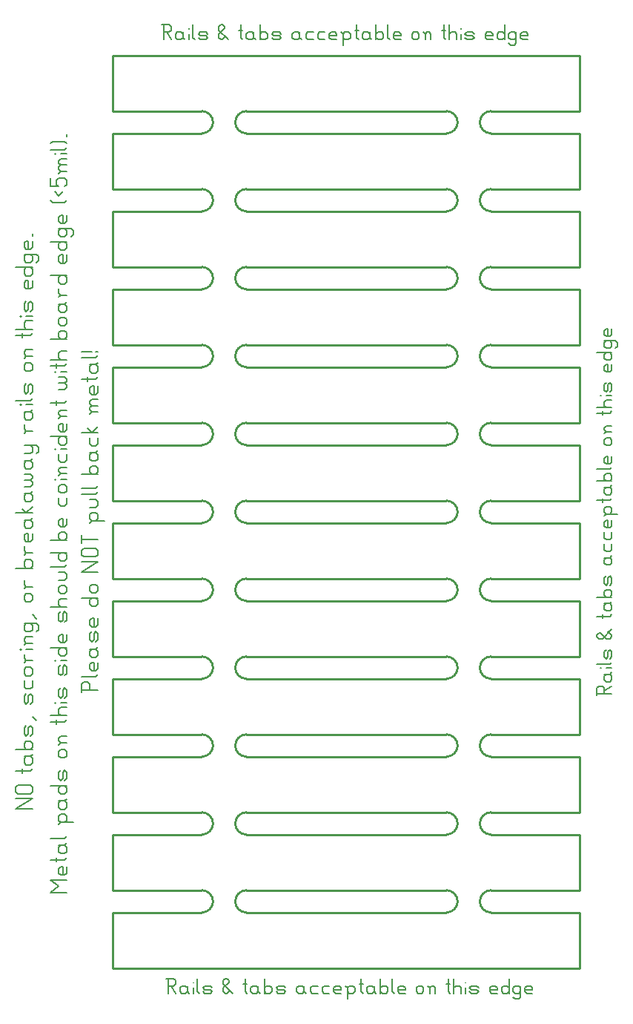
<source format=gbr>
G04 start of page 4 for group 2 idx 2 *
G04 Title: (unknown), outline *
G04 Creator: pcb 20140316 *
G04 CreationDate: Thu 17 Dec 2020 03:42:44 AM GMT UTC *
G04 For: railfan *
G04 Format: Gerber/RS-274X *
G04 PCB-Dimensions (mil): 3000.00 4500.00 *
G04 PCB-Coordinate-Origin: lower left *
%MOIN*%
%FSLAX25Y25*%
%LNOUTLINE*%
%ADD49C,0.0083*%
%ADD48C,0.0066*%
%ADD47C,0.0093*%
%ADD46C,0.0074*%
%ADD45C,0.0100*%
G54D45*X270000Y360000D02*Y335000D01*
Y325000D02*Y300000D01*
Y290000D02*Y265000D01*
Y255000D02*Y230000D01*
Y220000D02*Y195000D01*
Y185000D02*Y160000D01*
X230000Y325000D02*X270000D01*
Y300000D02*X230000D01*
Y290000D02*X270000D01*
Y265000D02*X230000D01*
X270000Y230000D02*X230000D01*
Y220000D02*X270000D01*
X60000Y265000D02*Y290000D01*
Y230000D02*Y255000D01*
Y195000D02*Y220000D01*
Y160000D02*Y185000D01*
Y300000D02*X100000D01*
Y290000D02*X60000D01*
Y265000D02*X100000D01*
Y255000D02*X60000D01*
Y230000D02*X100000D01*
Y220000D02*X60000D01*
Y195000D02*X100000D01*
Y185000D02*X60000D01*
X210000Y255000D02*X120000D01*
X230000D02*X270000D01*
X120000Y265000D02*X210000D01*
X120000Y230000D02*X210000D01*
Y220000D02*X120000D01*
Y195000D02*X210000D01*
Y185000D02*X120000D01*
Y160000D02*X210000D01*
Y150000D02*X120000D01*
Y125000D02*X210000D01*
Y115000D02*X120000D01*
Y90000D02*X210000D01*
Y80000D02*X120000D01*
Y55000D02*X210000D01*
Y45000D02*X120000D01*
X230000D02*X270000D01*
X60000Y20000D02*X270000D01*
X60000Y125000D02*Y150000D01*
Y90000D02*Y115000D01*
Y55000D02*Y80000D01*
Y20000D02*Y45000D01*
Y160000D02*X100000D01*
Y150000D02*X60000D01*
Y125000D02*X100000D01*
Y115000D02*X60000D01*
Y90000D02*X100000D01*
Y80000D02*X60000D01*
Y55000D02*X100000D01*
Y45000D02*X60000D01*
X270000Y195000D02*X230000D01*
Y185000D02*X270000D01*
Y150000D02*Y125000D01*
Y115000D02*Y90000D01*
Y80000D02*Y55000D01*
Y45000D02*Y20000D01*
Y160000D02*X230000D01*
Y150000D02*X270000D01*
Y125000D02*X230000D01*
Y115000D02*X270000D01*
Y90000D02*X230000D01*
Y80000D02*X270000D01*
Y55000D02*X230000D01*
X60000Y405000D02*Y430000D01*
Y370000D02*Y395000D01*
Y405000D02*X100000D01*
Y395000D02*X60000D01*
Y335000D02*Y360000D01*
Y300000D02*Y325000D01*
Y370000D02*X100000D01*
X60000Y335000D02*X100000D01*
Y325000D02*X60000D01*
X270000Y430000D02*Y405000D01*
Y395000D02*Y370000D01*
X60000Y430000D02*X270000D01*
X120000Y405000D02*X210000D01*
Y395000D02*X120000D01*
X270000Y405000D02*X230000D01*
Y395000D02*X270000D01*
X100000Y360000D02*X60000D01*
X120000Y370000D02*X210000D01*
Y360000D02*X120000D01*
X270000Y370000D02*X230000D01*
Y360000D02*X270000D01*
X120000Y335000D02*X210000D01*
X270000D02*X230000D01*
X210000Y325000D02*X120000D01*
Y300000D02*X210000D01*
Y290000D02*X120000D01*
X115000Y225000D02*G75*G02X120000Y230000I5000J0D01*G01*
X115000Y225000D02*G75*G03X120000Y220000I5000J0D01*G01*
X105000Y190000D02*G75*G03X100000Y195000I-5000J0D01*G01*
X105000Y190000D02*G75*G02X100000Y185000I-5000J0D01*G01*
X115000Y190000D02*G75*G02X120000Y195000I5000J0D01*G01*
X115000Y190000D02*G75*G03X120000Y185000I5000J0D01*G01*
X105000Y225000D02*G75*G03X100000Y230000I-5000J0D01*G01*
X105000Y225000D02*G75*G02X100000Y220000I-5000J0D01*G01*
X105000Y155000D02*G75*G03X100000Y160000I-5000J0D01*G01*
X215000Y260000D02*G75*G03X210000Y265000I-5000J0D01*G01*
X215000Y260000D02*G75*G02X210000Y255000I-5000J0D01*G01*
X215000Y225000D02*G75*G03X210000Y230000I-5000J0D01*G01*
X215000Y225000D02*G75*G02X210000Y220000I-5000J0D01*G01*
X225000Y225000D02*G75*G02X230000Y230000I5000J0D01*G01*
X225000Y225000D02*G75*G03X230000Y220000I5000J0D01*G01*
X225000Y190000D02*G75*G02X230000Y195000I5000J0D01*G01*
X225000Y190000D02*G75*G03X230000Y185000I5000J0D01*G01*
X215000Y190000D02*G75*G03X210000Y195000I-5000J0D01*G01*
X215000Y190000D02*G75*G02X210000Y185000I-5000J0D01*G01*
X215000Y155000D02*G75*G03X210000Y160000I-5000J0D01*G01*
X105000Y155000D02*G75*G02X100000Y150000I-5000J0D01*G01*
X105000Y120000D02*G75*G03X100000Y125000I-5000J0D01*G01*
X105000Y120000D02*G75*G02X100000Y115000I-5000J0D01*G01*
X115000Y155000D02*G75*G02X120000Y160000I5000J0D01*G01*
X115000Y155000D02*G75*G03X120000Y150000I5000J0D01*G01*
X115000Y120000D02*G75*G02X120000Y125000I5000J0D01*G01*
X115000Y120000D02*G75*G03X120000Y115000I5000J0D01*G01*
X115000Y85000D02*G75*G02X120000Y90000I5000J0D01*G01*
X115000Y85000D02*G75*G03X120000Y80000I5000J0D01*G01*
X105000Y85000D02*G75*G03X100000Y90000I-5000J0D01*G01*
X105000Y85000D02*G75*G02X100000Y80000I-5000J0D01*G01*
X105000Y50000D02*G75*G03X100000Y55000I-5000J0D01*G01*
X105000Y50000D02*G75*G02X100000Y45000I-5000J0D01*G01*
X115000Y50000D02*G75*G02X120000Y55000I5000J0D01*G01*
X115000Y50000D02*G75*G03X120000Y45000I5000J0D01*G01*
X215000Y155000D02*G75*G02X210000Y150000I-5000J0D01*G01*
X215000Y120000D02*G75*G03X210000Y125000I-5000J0D01*G01*
X215000Y120000D02*G75*G02X210000Y115000I-5000J0D01*G01*
X225000Y155000D02*G75*G02X230000Y160000I5000J0D01*G01*
X225000Y155000D02*G75*G03X230000Y150000I5000J0D01*G01*
X225000Y120000D02*G75*G02X230000Y125000I5000J0D01*G01*
X225000Y120000D02*G75*G03X230000Y115000I5000J0D01*G01*
X225000Y85000D02*G75*G02X230000Y90000I5000J0D01*G01*
X225000Y85000D02*G75*G03X230000Y80000I5000J0D01*G01*
X215000Y85000D02*G75*G03X210000Y90000I-5000J0D01*G01*
X215000Y85000D02*G75*G02X210000Y80000I-5000J0D01*G01*
X215000Y50000D02*G75*G03X210000Y55000I-5000J0D01*G01*
X215000Y50000D02*G75*G02X210000Y45000I-5000J0D01*G01*
X225000Y50000D02*G75*G02X230000Y55000I5000J0D01*G01*
X225000Y50000D02*G75*G03X230000Y45000I5000J0D01*G01*
X105000Y400000D02*G75*G03X100000Y405000I-5000J0D01*G01*
X105000Y400000D02*G75*G02X100000Y395000I-5000J0D01*G01*
X115000Y400000D02*G75*G02X120000Y405000I5000J0D01*G01*
X115000Y400000D02*G75*G03X120000Y395000I5000J0D01*G01*
X105000Y365000D02*G75*G03X100000Y370000I-5000J0D01*G01*
X105000Y365000D02*G75*G02X100000Y360000I-5000J0D01*G01*
X115000Y365000D02*G75*G02X120000Y370000I5000J0D01*G01*
X215000Y400000D02*G75*G03X210000Y405000I-5000J0D01*G01*
X215000Y400000D02*G75*G02X210000Y395000I-5000J0D01*G01*
X225000Y400000D02*G75*G02X230000Y405000I5000J0D01*G01*
X225000Y400000D02*G75*G03X230000Y395000I5000J0D01*G01*
X215000Y365000D02*G75*G03X210000Y370000I-5000J0D01*G01*
X215000Y365000D02*G75*G02X210000Y360000I-5000J0D01*G01*
X225000Y365000D02*G75*G02X230000Y370000I5000J0D01*G01*
X225000Y365000D02*G75*G03X230000Y360000I5000J0D01*G01*
X225000Y330000D02*G75*G02X230000Y335000I5000J0D01*G01*
X115000Y365000D02*G75*G03X120000Y360000I5000J0D01*G01*
X115000Y295000D02*G75*G02X120000Y300000I5000J0D01*G01*
X115000Y295000D02*G75*G03X120000Y290000I5000J0D01*G01*
X115000Y260000D02*G75*G02X120000Y265000I5000J0D01*G01*
X115000Y260000D02*G75*G03X120000Y255000I5000J0D01*G01*
X105000Y330000D02*G75*G03X100000Y335000I-5000J0D01*G01*
X105000Y330000D02*G75*G02X100000Y325000I-5000J0D01*G01*
X115000Y330000D02*G75*G02X120000Y335000I5000J0D01*G01*
X115000Y330000D02*G75*G03X120000Y325000I5000J0D01*G01*
X105000Y295000D02*G75*G03X100000Y300000I-5000J0D01*G01*
X105000Y295000D02*G75*G02X100000Y290000I-5000J0D01*G01*
X105000Y260000D02*G75*G03X100000Y265000I-5000J0D01*G01*
X105000Y260000D02*G75*G02X100000Y255000I-5000J0D01*G01*
X215000Y330000D02*G75*G03X210000Y335000I-5000J0D01*G01*
X215000Y330000D02*G75*G02X210000Y325000I-5000J0D01*G01*
X215000Y295000D02*G75*G03X210000Y300000I-5000J0D01*G01*
X215000Y295000D02*G75*G02X210000Y290000I-5000J0D01*G01*
X225000Y330000D02*G75*G03X230000Y325000I5000J0D01*G01*
X225000Y295000D02*G75*G02X230000Y300000I5000J0D01*G01*
X225000Y295000D02*G75*G03X230000Y290000I5000J0D01*G01*
X225000Y260000D02*G75*G02X230000Y265000I5000J0D01*G01*
X225000Y260000D02*G75*G03X230000Y255000I5000J0D01*G01*
G54D46*X31860Y54000D02*X39300D01*
X31860D02*X35580Y56790D01*
X31860Y59580D01*
X39300D01*
Y65532D02*Y62742D01*
X38370Y61812D02*X39300Y62742D01*
X36510Y61812D02*X38370D01*
X36510D02*X35580Y62742D01*
Y64602D02*Y62742D01*
Y64602D02*X36510Y65532D01*
X37440D02*Y61812D01*
X36510Y65532D02*X37440D01*
X31860Y68694D02*X38370D01*
X39300Y69624D01*
X34650D02*Y67764D01*
X35580Y74274D02*X36510Y75204D01*
X35580Y74274D02*Y72414D01*
X36510Y71484D02*X35580Y72414D01*
X36510Y71484D02*X38370D01*
X39300Y72414D01*
X35580Y75204D02*X38370D01*
X39300Y76134D01*
Y74274D02*Y72414D01*
Y74274D02*X38370Y75204D01*
X31860Y78366D02*X38370D01*
X39300Y79296D01*
X36510Y85434D02*X42090D01*
X35580Y84504D02*X36510Y85434D01*
X35580Y86364D01*
Y88224D02*Y86364D01*
Y88224D02*X36510Y89154D01*
X38370D01*
X39300Y88224D02*X38370Y89154D01*
X39300Y88224D02*Y86364D01*
X38370Y85434D02*X39300Y86364D01*
X35580Y94176D02*X36510Y95106D01*
X35580Y94176D02*Y92316D01*
X36510Y91386D02*X35580Y92316D01*
X36510Y91386D02*X38370D01*
X39300Y92316D01*
X35580Y95106D02*X38370D01*
X39300Y96036D01*
Y94176D02*Y92316D01*
Y94176D02*X38370Y95106D01*
X31860Y101988D02*X39300D01*
Y101058D02*X38370Y101988D01*
X39300Y101058D02*Y99198D01*
X38370Y98268D02*X39300Y99198D01*
X36510Y98268D02*X38370D01*
X36510D02*X35580Y99198D01*
Y101058D02*Y99198D01*
Y101058D02*X36510Y101988D01*
X39300Y107940D02*Y105150D01*
Y107940D02*X38370Y108870D01*
X37440Y107940D02*X38370Y108870D01*
X37440Y107940D02*Y105150D01*
X36510Y104220D02*X37440Y105150D01*
X36510Y104220D02*X35580Y105150D01*
Y107940D02*Y105150D01*
Y107940D02*X36510Y108870D01*
X38370Y104220D02*X39300Y105150D01*
X36510Y114450D02*X38370D01*
X36510D02*X35580Y115380D01*
Y117240D02*Y115380D01*
Y117240D02*X36510Y118170D01*
X38370D01*
X39300Y117240D02*X38370Y118170D01*
X39300Y117240D02*Y115380D01*
X38370Y114450D02*X39300Y115380D01*
X36510Y121332D02*X39300D01*
X36510D02*X35580Y122262D01*
Y123192D02*Y122262D01*
Y123192D02*X36510Y124122D01*
X39300D01*
X35580Y120402D02*X36510Y121332D01*
X31860Y130632D02*X38370D01*
X39300Y131562D01*
X34650D02*Y129702D01*
X31860Y133422D02*X39300D01*
X36510D02*X35580Y134352D01*
Y136212D02*Y134352D01*
Y136212D02*X36510Y137142D01*
X39300D01*
G54D47*X33720Y139374D02*X33906D01*
G54D46*X36510D02*X39300D01*
Y144954D02*Y142164D01*
Y144954D02*X38370Y145884D01*
X37440Y144954D02*X38370Y145884D01*
X37440Y144954D02*Y142164D01*
X36510Y141234D02*X37440Y142164D01*
X36510Y141234D02*X35580Y142164D01*
Y144954D02*Y142164D01*
Y144954D02*X36510Y145884D01*
X38370Y141234D02*X39300Y142164D01*
Y155184D02*Y152394D01*
Y155184D02*X38370Y156114D01*
X37440Y155184D02*X38370Y156114D01*
X37440Y155184D02*Y152394D01*
X36510Y151464D02*X37440Y152394D01*
X36510Y151464D02*X35580Y152394D01*
Y155184D02*Y152394D01*
Y155184D02*X36510Y156114D01*
X38370Y151464D02*X39300Y152394D01*
G54D47*X33720Y158346D02*X33906D01*
G54D46*X36510D02*X39300D01*
X31860Y163926D02*X39300D01*
Y162996D02*X38370Y163926D01*
X39300Y162996D02*Y161136D01*
X38370Y160206D02*X39300Y161136D01*
X36510Y160206D02*X38370D01*
X36510D02*X35580Y161136D01*
Y162996D02*Y161136D01*
Y162996D02*X36510Y163926D01*
X39300Y169878D02*Y167088D01*
X38370Y166158D02*X39300Y167088D01*
X36510Y166158D02*X38370D01*
X36510D02*X35580Y167088D01*
Y168948D02*Y167088D01*
Y168948D02*X36510Y169878D01*
X37440D02*Y166158D01*
X36510Y169878D02*X37440D01*
X39300Y179178D02*Y176388D01*
Y179178D02*X38370Y180108D01*
X37440Y179178D02*X38370Y180108D01*
X37440Y179178D02*Y176388D01*
X36510Y175458D02*X37440Y176388D01*
X36510Y175458D02*X35580Y176388D01*
Y179178D02*Y176388D01*
Y179178D02*X36510Y180108D01*
X38370Y175458D02*X39300Y176388D01*
X31860Y182340D02*X39300D01*
X36510D02*X35580Y183270D01*
Y185130D02*Y183270D01*
Y185130D02*X36510Y186060D01*
X39300D01*
X36510Y188292D02*X38370D01*
X36510D02*X35580Y189222D01*
Y191082D02*Y189222D01*
Y191082D02*X36510Y192012D01*
X38370D01*
X39300Y191082D02*X38370Y192012D01*
X39300Y191082D02*Y189222D01*
X38370Y188292D02*X39300Y189222D01*
X35580Y194244D02*X38370D01*
X39300Y195174D01*
Y197034D02*Y195174D01*
Y197034D02*X38370Y197964D01*
X35580D02*X38370D01*
X31860Y200196D02*X38370D01*
X39300Y201126D01*
X31860Y206706D02*X39300D01*
Y205776D02*X38370Y206706D01*
X39300Y205776D02*Y203916D01*
X38370Y202986D02*X39300Y203916D01*
X36510Y202986D02*X38370D01*
X36510D02*X35580Y203916D01*
Y205776D02*Y203916D01*
Y205776D02*X36510Y206706D01*
X31860Y212286D02*X39300D01*
X38370D02*X39300Y213216D01*
Y215076D02*Y213216D01*
Y215076D02*X38370Y216006D01*
X36510D02*X38370D01*
X35580Y215076D02*X36510Y216006D01*
X35580Y215076D02*Y213216D01*
X36510Y212286D02*X35580Y213216D01*
X39300Y221958D02*Y219168D01*
X38370Y218238D02*X39300Y219168D01*
X36510Y218238D02*X38370D01*
X36510D02*X35580Y219168D01*
Y221028D02*Y219168D01*
Y221028D02*X36510Y221958D01*
X37440D02*Y218238D01*
X36510Y221958D02*X37440D01*
X35580Y231258D02*Y228468D01*
X36510Y227538D02*X35580Y228468D01*
X36510Y227538D02*X38370D01*
X39300Y228468D01*
Y231258D02*Y228468D01*
X36510Y233490D02*X38370D01*
X36510D02*X35580Y234420D01*
Y236280D02*Y234420D01*
Y236280D02*X36510Y237210D01*
X38370D01*
X39300Y236280D02*X38370Y237210D01*
X39300Y236280D02*Y234420D01*
X38370Y233490D02*X39300Y234420D01*
G54D47*X33720Y239442D02*X33906D01*
G54D46*X36510D02*X39300D01*
X36510Y242232D02*X39300D01*
X36510D02*X35580Y243162D01*
Y244092D02*Y243162D01*
Y244092D02*X36510Y245022D01*
X39300D01*
X35580Y241302D02*X36510Y242232D01*
X35580Y250974D02*Y248184D01*
X36510Y247254D02*X35580Y248184D01*
X36510Y247254D02*X38370D01*
X39300Y248184D01*
Y250974D02*Y248184D01*
G54D47*X33720Y253206D02*X33906D01*
G54D46*X36510D02*X39300D01*
X31860Y258786D02*X39300D01*
Y257856D02*X38370Y258786D01*
X39300Y257856D02*Y255996D01*
X38370Y255066D02*X39300Y255996D01*
X36510Y255066D02*X38370D01*
X36510D02*X35580Y255996D01*
Y257856D02*Y255996D01*
Y257856D02*X36510Y258786D01*
X39300Y264738D02*Y261948D01*
X38370Y261018D02*X39300Y261948D01*
X36510Y261018D02*X38370D01*
X36510D02*X35580Y261948D01*
Y263808D02*Y261948D01*
Y263808D02*X36510Y264738D01*
X37440D02*Y261018D01*
X36510Y264738D02*X37440D01*
X36510Y267900D02*X39300D01*
X36510D02*X35580Y268830D01*
Y269760D02*Y268830D01*
Y269760D02*X36510Y270690D01*
X39300D01*
X35580Y266970D02*X36510Y267900D01*
X31860Y273852D02*X38370D01*
X39300Y274782D01*
X34650D02*Y272922D01*
X35580Y279990D02*X38370D01*
X39300Y280920D01*
Y281850D02*Y280920D01*
Y281850D02*X38370Y282780D01*
X35580D02*X38370D01*
X39300Y283710D01*
Y284640D02*Y283710D01*
Y284640D02*X38370Y285570D01*
X35580D02*X38370D01*
G54D47*X33720Y287802D02*X33906D01*
G54D46*X36510D02*X39300D01*
X31860Y290592D02*X38370D01*
X39300Y291522D01*
X34650D02*Y289662D01*
X31860Y293382D02*X39300D01*
X36510D02*X35580Y294312D01*
Y296172D02*Y294312D01*
Y296172D02*X36510Y297102D01*
X39300D01*
X31860Y302682D02*X39300D01*
X38370D02*X39300Y303612D01*
Y305472D02*Y303612D01*
Y305472D02*X38370Y306402D01*
X36510D02*X38370D01*
X35580Y305472D02*X36510Y306402D01*
X35580Y305472D02*Y303612D01*
X36510Y302682D02*X35580Y303612D01*
X36510Y308634D02*X38370D01*
X36510D02*X35580Y309564D01*
Y311424D02*Y309564D01*
Y311424D02*X36510Y312354D01*
X38370D01*
X39300Y311424D02*X38370Y312354D01*
X39300Y311424D02*Y309564D01*
X38370Y308634D02*X39300Y309564D01*
X35580Y317376D02*X36510Y318306D01*
X35580Y317376D02*Y315516D01*
X36510Y314586D02*X35580Y315516D01*
X36510Y314586D02*X38370D01*
X39300Y315516D01*
X35580Y318306D02*X38370D01*
X39300Y319236D01*
Y317376D02*Y315516D01*
Y317376D02*X38370Y318306D01*
X36510Y322398D02*X39300D01*
X36510D02*X35580Y323328D01*
Y325188D02*Y323328D01*
Y321468D02*X36510Y322398D01*
X31860Y331140D02*X39300D01*
Y330210D02*X38370Y331140D01*
X39300Y330210D02*Y328350D01*
X38370Y327420D02*X39300Y328350D01*
X36510Y327420D02*X38370D01*
X36510D02*X35580Y328350D01*
Y330210D02*Y328350D01*
Y330210D02*X36510Y331140D01*
X39300Y340440D02*Y337650D01*
X38370Y336720D02*X39300Y337650D01*
X36510Y336720D02*X38370D01*
X36510D02*X35580Y337650D01*
Y339510D02*Y337650D01*
Y339510D02*X36510Y340440D01*
X37440D02*Y336720D01*
X36510Y340440D02*X37440D01*
X31860Y346392D02*X39300D01*
Y345462D02*X38370Y346392D01*
X39300Y345462D02*Y343602D01*
X38370Y342672D02*X39300Y343602D01*
X36510Y342672D02*X38370D01*
X36510D02*X35580Y343602D01*
Y345462D02*Y343602D01*
Y345462D02*X36510Y346392D01*
X35580Y351414D02*X36510Y352344D01*
X35580Y351414D02*Y349554D01*
X36510Y348624D02*X35580Y349554D01*
X36510Y348624D02*X38370D01*
X39300Y349554D01*
Y351414D02*Y349554D01*
Y351414D02*X38370Y352344D01*
X41160Y348624D02*X42090Y349554D01*
Y351414D02*Y349554D01*
Y351414D02*X41160Y352344D01*
X35580D02*X41160D01*
X39300Y358296D02*Y355506D01*
X38370Y354576D02*X39300Y355506D01*
X36510Y354576D02*X38370D01*
X36510D02*X35580Y355506D01*
Y357366D02*Y355506D01*
Y357366D02*X36510Y358296D01*
X37440D02*Y354576D01*
X36510Y358296D02*X37440D01*
X38370Y363876D02*X39300Y364806D01*
X32790Y363876D02*X31860Y364806D01*
X32790Y363876D02*X38370D01*
X35580Y367038D02*X33720Y368898D01*
X35580Y367038D02*X37440Y368898D01*
X31860Y374850D02*Y371130D01*
X35580D01*
X34650Y372060D01*
Y373920D02*Y372060D01*
Y373920D02*X35580Y374850D01*
X38370D01*
X39300Y373920D02*X38370Y374850D01*
X39300Y373920D02*Y372060D01*
X38370Y371130D02*X39300Y372060D01*
X36510Y378012D02*X39300D01*
X36510D02*X35580Y378942D01*
Y379872D02*Y378942D01*
Y379872D02*X36510Y380802D01*
X39300D01*
X36510D02*X35580Y381732D01*
Y382662D02*Y381732D01*
Y382662D02*X36510Y383592D01*
X39300D01*
X35580Y377082D02*X36510Y378012D01*
G54D47*X33720Y385824D02*X33906D01*
G54D46*X36510D02*X39300D01*
X31860Y387684D02*X38370D01*
X39300Y388614D01*
X31860Y390474D02*X32790Y391404D01*
X38370D01*
X39300Y390474D02*X38370Y391404D01*
X39300Y394566D02*Y393636D01*
X45860Y144930D02*X53300D01*
X45860Y147720D02*Y144000D01*
Y147720D02*X46790Y148650D01*
X48650D01*
X49580Y147720D02*X48650Y148650D01*
X49580Y147720D02*Y144930D01*
X45860Y150882D02*X52370D01*
X53300Y151812D01*
Y157392D02*Y154602D01*
X52370Y153672D02*X53300Y154602D01*
X50510Y153672D02*X52370D01*
X50510D02*X49580Y154602D01*
Y156462D02*Y154602D01*
Y156462D02*X50510Y157392D01*
X51440D02*Y153672D01*
X50510Y157392D02*X51440D01*
X49580Y162414D02*X50510Y163344D01*
X49580Y162414D02*Y160554D01*
X50510Y159624D02*X49580Y160554D01*
X50510Y159624D02*X52370D01*
X53300Y160554D01*
X49580Y163344D02*X52370D01*
X53300Y164274D01*
Y162414D02*Y160554D01*
Y162414D02*X52370Y163344D01*
X53300Y170226D02*Y167436D01*
Y170226D02*X52370Y171156D01*
X51440Y170226D02*X52370Y171156D01*
X51440Y170226D02*Y167436D01*
X50510Y166506D02*X51440Y167436D01*
X50510Y166506D02*X49580Y167436D01*
Y170226D02*Y167436D01*
Y170226D02*X50510Y171156D01*
X52370Y166506D02*X53300Y167436D01*
Y177108D02*Y174318D01*
X52370Y173388D02*X53300Y174318D01*
X50510Y173388D02*X52370D01*
X50510D02*X49580Y174318D01*
Y176178D02*Y174318D01*
Y176178D02*X50510Y177108D01*
X51440D02*Y173388D01*
X50510Y177108D02*X51440D01*
X45860Y186408D02*X53300D01*
Y185478D02*X52370Y186408D01*
X53300Y185478D02*Y183618D01*
X52370Y182688D02*X53300Y183618D01*
X50510Y182688D02*X52370D01*
X50510D02*X49580Y183618D01*
Y185478D02*Y183618D01*
Y185478D02*X50510Y186408D01*
Y188640D02*X52370D01*
X50510D02*X49580Y189570D01*
Y191430D02*Y189570D01*
Y191430D02*X50510Y192360D01*
X52370D01*
X53300Y191430D02*X52370Y192360D01*
X53300Y191430D02*Y189570D01*
X52370Y188640D02*X53300Y189570D01*
X45860Y197940D02*X53300D01*
X45860D02*X53300Y202590D01*
X45860D02*X53300D01*
X46790Y204822D02*X52370D01*
X46790D02*X45860Y205752D01*
Y207612D02*Y205752D01*
Y207612D02*X46790Y208542D01*
X52370D01*
X53300Y207612D02*X52370Y208542D01*
X53300Y207612D02*Y205752D01*
X52370Y204822D02*X53300Y205752D01*
X45860Y214494D02*Y210774D01*
Y212634D02*X53300D01*
X50510Y221004D02*X56090D01*
X49580Y220074D02*X50510Y221004D01*
X49580Y221934D01*
Y223794D02*Y221934D01*
Y223794D02*X50510Y224724D01*
X52370D01*
X53300Y223794D02*X52370Y224724D01*
X53300Y223794D02*Y221934D01*
X52370Y221004D02*X53300Y221934D01*
X49580Y226956D02*X52370D01*
X53300Y227886D01*
Y229746D02*Y227886D01*
Y229746D02*X52370Y230676D01*
X49580D02*X52370D01*
X45860Y232908D02*X52370D01*
X53300Y233838D01*
X45860Y235698D02*X52370D01*
X53300Y236628D01*
X45860Y241836D02*X53300D01*
X52370D02*X53300Y242766D01*
Y244626D02*Y242766D01*
Y244626D02*X52370Y245556D01*
X50510D02*X52370D01*
X49580Y244626D02*X50510Y245556D01*
X49580Y244626D02*Y242766D01*
X50510Y241836D02*X49580Y242766D01*
Y250578D02*X50510Y251508D01*
X49580Y250578D02*Y248718D01*
X50510Y247788D02*X49580Y248718D01*
X50510Y247788D02*X52370D01*
X53300Y248718D01*
X49580Y251508D02*X52370D01*
X53300Y252438D01*
Y250578D02*Y248718D01*
Y250578D02*X52370Y251508D01*
X49580Y258390D02*Y255600D01*
X50510Y254670D02*X49580Y255600D01*
X50510Y254670D02*X52370D01*
X53300Y255600D01*
Y258390D02*Y255600D01*
X45860Y260622D02*X53300D01*
X50510D02*X53300Y263412D01*
X50510Y260622D02*X48650Y262482D01*
X50510Y269922D02*X53300D01*
X50510D02*X49580Y270852D01*
Y271782D02*Y270852D01*
Y271782D02*X50510Y272712D01*
X53300D01*
X50510D02*X49580Y273642D01*
Y274572D02*Y273642D01*
Y274572D02*X50510Y275502D01*
X53300D01*
X49580Y268992D02*X50510Y269922D01*
X53300Y281454D02*Y278664D01*
X52370Y277734D02*X53300Y278664D01*
X50510Y277734D02*X52370D01*
X50510D02*X49580Y278664D01*
Y280524D02*Y278664D01*
Y280524D02*X50510Y281454D01*
X51440D02*Y277734D01*
X50510Y281454D02*X51440D01*
X45860Y284616D02*X52370D01*
X53300Y285546D01*
X48650D02*Y283686D01*
X49580Y290196D02*X50510Y291126D01*
X49580Y290196D02*Y288336D01*
X50510Y287406D02*X49580Y288336D01*
X50510Y287406D02*X52370D01*
X53300Y288336D01*
X49580Y291126D02*X52370D01*
X53300Y292056D01*
Y290196D02*Y288336D01*
Y290196D02*X52370Y291126D01*
X45860Y294288D02*X52370D01*
X53300Y295218D01*
X52370Y297078D02*X53300D01*
X45860D02*X50510D01*
X16360Y91500D02*X23800D01*
X16360D02*X23800Y96150D01*
X16360D02*X23800D01*
X17290Y98382D02*X22870D01*
X17290D02*X16360Y99312D01*
Y101172D02*Y99312D01*
Y101172D02*X17290Y102102D01*
X22870D01*
X23800Y101172D02*X22870Y102102D01*
X23800Y101172D02*Y99312D01*
X22870Y98382D02*X23800Y99312D01*
X16360Y108612D02*X22870D01*
X23800Y109542D01*
X19150D02*Y107682D01*
X20080Y114192D02*X21010Y115122D01*
X20080Y114192D02*Y112332D01*
X21010Y111402D02*X20080Y112332D01*
X21010Y111402D02*X22870D01*
X23800Y112332D01*
X20080Y115122D02*X22870D01*
X23800Y116052D01*
Y114192D02*Y112332D01*
Y114192D02*X22870Y115122D01*
X16360Y118284D02*X23800D01*
X22870D02*X23800Y119214D01*
Y121074D02*Y119214D01*
Y121074D02*X22870Y122004D01*
X21010D02*X22870D01*
X20080Y121074D02*X21010Y122004D01*
X20080Y121074D02*Y119214D01*
X21010Y118284D02*X20080Y119214D01*
X23800Y127956D02*Y125166D01*
Y127956D02*X22870Y128886D01*
X21940Y127956D02*X22870Y128886D01*
X21940Y127956D02*Y125166D01*
X21010Y124236D02*X21940Y125166D01*
X21010Y124236D02*X20080Y125166D01*
Y127956D02*Y125166D01*
Y127956D02*X21010Y128886D01*
X22870Y124236D02*X23800Y125166D01*
X25660Y131118D02*X23800Y132978D01*
Y142278D02*Y139488D01*
Y142278D02*X22870Y143208D01*
X21940Y142278D02*X22870Y143208D01*
X21940Y142278D02*Y139488D01*
X21010Y138558D02*X21940Y139488D01*
X21010Y138558D02*X20080Y139488D01*
Y142278D02*Y139488D01*
Y142278D02*X21010Y143208D01*
X22870Y138558D02*X23800Y139488D01*
X20080Y149160D02*Y146370D01*
X21010Y145440D02*X20080Y146370D01*
X21010Y145440D02*X22870D01*
X23800Y146370D01*
Y149160D02*Y146370D01*
X21010Y151392D02*X22870D01*
X21010D02*X20080Y152322D01*
Y154182D02*Y152322D01*
Y154182D02*X21010Y155112D01*
X22870D01*
X23800Y154182D02*X22870Y155112D01*
X23800Y154182D02*Y152322D01*
X22870Y151392D02*X23800Y152322D01*
X21010Y158274D02*X23800D01*
X21010D02*X20080Y159204D01*
Y161064D02*Y159204D01*
Y157344D02*X21010Y158274D01*
G54D47*X18220Y163296D02*X18406D01*
G54D46*X21010D02*X23800D01*
X21010Y166086D02*X23800D01*
X21010D02*X20080Y167016D01*
Y167946D02*Y167016D01*
Y167946D02*X21010Y168876D01*
X23800D01*
X20080Y165156D02*X21010Y166086D01*
X20080Y173898D02*X21010Y174828D01*
X20080Y173898D02*Y172038D01*
X21010Y171108D02*X20080Y172038D01*
X21010Y171108D02*X22870D01*
X23800Y172038D01*
Y173898D02*Y172038D01*
Y173898D02*X22870Y174828D01*
X25660Y171108D02*X26590Y172038D01*
Y173898D02*Y172038D01*
Y173898D02*X25660Y174828D01*
X20080D02*X25660D01*
Y177060D02*X23800Y178920D01*
X21010Y184500D02*X22870D01*
X21010D02*X20080Y185430D01*
Y187290D02*Y185430D01*
Y187290D02*X21010Y188220D01*
X22870D01*
X23800Y187290D02*X22870Y188220D01*
X23800Y187290D02*Y185430D01*
X22870Y184500D02*X23800Y185430D01*
X21010Y191382D02*X23800D01*
X21010D02*X20080Y192312D01*
Y194172D02*Y192312D01*
Y190452D02*X21010Y191382D01*
X16360Y199752D02*X23800D01*
X22870D02*X23800Y200682D01*
Y202542D02*Y200682D01*
Y202542D02*X22870Y203472D01*
X21010D02*X22870D01*
X20080Y202542D02*X21010Y203472D01*
X20080Y202542D02*Y200682D01*
X21010Y199752D02*X20080Y200682D01*
X21010Y206634D02*X23800D01*
X21010D02*X20080Y207564D01*
Y209424D02*Y207564D01*
Y205704D02*X21010Y206634D01*
X23800Y215376D02*Y212586D01*
X22870Y211656D02*X23800Y212586D01*
X21010Y211656D02*X22870D01*
X21010D02*X20080Y212586D01*
Y214446D02*Y212586D01*
Y214446D02*X21010Y215376D01*
X21940D02*Y211656D01*
X21010Y215376D02*X21940D01*
X20080Y220398D02*X21010Y221328D01*
X20080Y220398D02*Y218538D01*
X21010Y217608D02*X20080Y218538D01*
X21010Y217608D02*X22870D01*
X23800Y218538D01*
X20080Y221328D02*X22870D01*
X23800Y222258D01*
Y220398D02*Y218538D01*
Y220398D02*X22870Y221328D01*
X16360Y224490D02*X23800D01*
X21010D02*X23800Y227280D01*
X21010Y224490D02*X19150Y226350D01*
X20080Y232302D02*X21010Y233232D01*
X20080Y232302D02*Y230442D01*
X21010Y229512D02*X20080Y230442D01*
X21010Y229512D02*X22870D01*
X23800Y230442D01*
X20080Y233232D02*X22870D01*
X23800Y234162D01*
Y232302D02*Y230442D01*
Y232302D02*X22870Y233232D01*
X20080Y236394D02*X22870D01*
X23800Y237324D01*
Y238254D02*Y237324D01*
Y238254D02*X22870Y239184D01*
X20080D02*X22870D01*
X23800Y240114D01*
Y241044D02*Y240114D01*
Y241044D02*X22870Y241974D01*
X20080D02*X22870D01*
X20080Y246996D02*X21010Y247926D01*
X20080Y246996D02*Y245136D01*
X21010Y244206D02*X20080Y245136D01*
X21010Y244206D02*X22870D01*
X23800Y245136D01*
X20080Y247926D02*X22870D01*
X23800Y248856D01*
Y246996D02*Y245136D01*
Y246996D02*X22870Y247926D01*
X20080Y251088D02*X22870D01*
X23800Y252018D01*
X20080Y254808D02*X25660D01*
X26590Y253878D02*X25660Y254808D01*
X26590Y253878D02*Y252018D01*
X25660Y251088D02*X26590Y252018D01*
X23800Y253878D02*Y252018D01*
Y253878D02*X22870Y254808D01*
X21010Y261318D02*X23800D01*
X21010D02*X20080Y262248D01*
Y264108D02*Y262248D01*
Y260388D02*X21010Y261318D01*
X20080Y269130D02*X21010Y270060D01*
X20080Y269130D02*Y267270D01*
X21010Y266340D02*X20080Y267270D01*
X21010Y266340D02*X22870D01*
X23800Y267270D01*
X20080Y270060D02*X22870D01*
X23800Y270990D01*
Y269130D02*Y267270D01*
Y269130D02*X22870Y270060D01*
G54D47*X18220Y273222D02*X18406D01*
G54D46*X21010D02*X23800D01*
X16360Y275082D02*X22870D01*
X23800Y276012D01*
Y281592D02*Y278802D01*
Y281592D02*X22870Y282522D01*
X21940Y281592D02*X22870Y282522D01*
X21940Y281592D02*Y278802D01*
X21010Y277872D02*X21940Y278802D01*
X21010Y277872D02*X20080Y278802D01*
Y281592D02*Y278802D01*
Y281592D02*X21010Y282522D01*
X22870Y277872D02*X23800Y278802D01*
X21010Y288102D02*X22870D01*
X21010D02*X20080Y289032D01*
Y290892D02*Y289032D01*
Y290892D02*X21010Y291822D01*
X22870D01*
X23800Y290892D02*X22870Y291822D01*
X23800Y290892D02*Y289032D01*
X22870Y288102D02*X23800Y289032D01*
X21010Y294984D02*X23800D01*
X21010D02*X20080Y295914D01*
Y296844D02*Y295914D01*
Y296844D02*X21010Y297774D01*
X23800D01*
X20080Y294054D02*X21010Y294984D01*
X16360Y304284D02*X22870D01*
X23800Y305214D01*
X19150D02*Y303354D01*
X16360Y307074D02*X23800D01*
X21010D02*X20080Y308004D01*
Y309864D02*Y308004D01*
Y309864D02*X21010Y310794D01*
X23800D01*
G54D47*X18220Y313026D02*X18406D01*
G54D46*X21010D02*X23800D01*
Y318606D02*Y315816D01*
Y318606D02*X22870Y319536D01*
X21940Y318606D02*X22870Y319536D01*
X21940Y318606D02*Y315816D01*
X21010Y314886D02*X21940Y315816D01*
X21010Y314886D02*X20080Y315816D01*
Y318606D02*Y315816D01*
Y318606D02*X21010Y319536D01*
X22870Y314886D02*X23800Y315816D01*
Y328836D02*Y326046D01*
X22870Y325116D02*X23800Y326046D01*
X21010Y325116D02*X22870D01*
X21010D02*X20080Y326046D01*
Y327906D02*Y326046D01*
Y327906D02*X21010Y328836D01*
X21940D02*Y325116D01*
X21010Y328836D02*X21940D01*
X16360Y334788D02*X23800D01*
Y333858D02*X22870Y334788D01*
X23800Y333858D02*Y331998D01*
X22870Y331068D02*X23800Y331998D01*
X21010Y331068D02*X22870D01*
X21010D02*X20080Y331998D01*
Y333858D02*Y331998D01*
Y333858D02*X21010Y334788D01*
X20080Y339810D02*X21010Y340740D01*
X20080Y339810D02*Y337950D01*
X21010Y337020D02*X20080Y337950D01*
X21010Y337020D02*X22870D01*
X23800Y337950D01*
Y339810D02*Y337950D01*
Y339810D02*X22870Y340740D01*
X25660Y337020D02*X26590Y337950D01*
Y339810D02*Y337950D01*
Y339810D02*X25660Y340740D01*
X20080D02*X25660D01*
X23800Y346692D02*Y343902D01*
X22870Y342972D02*X23800Y343902D01*
X21010Y342972D02*X22870D01*
X21010D02*X20080Y343902D01*
Y345762D02*Y343902D01*
Y345762D02*X21010Y346692D01*
X21940D02*Y342972D01*
X21010Y346692D02*X21940D01*
X23800Y349854D02*Y348924D01*
G54D48*X82000Y443840D02*X85320D01*
X86150Y443010D01*
Y441350D01*
X85320Y440520D02*X86150Y441350D01*
X82830Y440520D02*X85320D01*
X82830Y443840D02*Y437200D01*
X84158Y440520D02*X86150Y437200D01*
X90632Y440520D02*X91462Y439690D01*
X88972Y440520D02*X90632D01*
X88142Y439690D02*X88972Y440520D01*
X88142Y439690D02*Y438030D01*
X88972Y437200D01*
X91462Y440520D02*Y438030D01*
X92292Y437200D01*
X88972D02*X90632D01*
X91462Y438030D01*
G54D49*X94284Y442180D02*Y442014D01*
G54D48*Y439690D02*Y437200D01*
X95944Y443840D02*Y438030D01*
X96774Y437200D01*
X99264D02*X101754D01*
X102584Y438030D01*
X101754Y438860D02*X102584Y438030D01*
X99264Y438860D02*X101754D01*
X98434Y439690D02*X99264Y438860D01*
X98434Y439690D02*X99264Y440520D01*
X101754D01*
X102584Y439690D01*
X98434Y438030D02*X99264Y437200D01*
X107564Y438030D02*X108394Y437200D01*
X107564Y443010D02*Y441350D01*
Y443010D02*X108394Y443840D01*
X107564Y439690D02*X110054Y442180D01*
X108394Y437200D02*X109224D01*
X110884Y438860D01*
X107564Y441350D02*X111714Y437200D01*
X108394Y443840D02*X109224D01*
X110054Y443010D01*
Y442180D01*
X107564Y439690D02*Y438030D01*
X117524Y443840D02*Y438030D01*
X118354Y437200D01*
X116694Y441350D02*X118354D01*
X122504Y440520D02*X123334Y439690D01*
X120844Y440520D02*X122504D01*
X120014Y439690D02*X120844Y440520D01*
X120014Y439690D02*Y438030D01*
X120844Y437200D01*
X123334Y440520D02*Y438030D01*
X124164Y437200D01*
X120844D02*X122504D01*
X123334Y438030D01*
X126156Y443840D02*Y437200D01*
Y438030D02*X126986Y437200D01*
X128646D01*
X129476Y438030D01*
Y439690D02*Y438030D01*
X128646Y440520D02*X129476Y439690D01*
X126986Y440520D02*X128646D01*
X126156Y439690D02*X126986Y440520D01*
X132298Y437200D02*X134788D01*
X135618Y438030D01*
X134788Y438860D02*X135618Y438030D01*
X132298Y438860D02*X134788D01*
X131468Y439690D02*X132298Y438860D01*
X131468Y439690D02*X132298Y440520D01*
X134788D01*
X135618Y439690D01*
X131468Y438030D02*X132298Y437200D01*
X143088Y440520D02*X143918Y439690D01*
X141428Y440520D02*X143088D01*
X140598Y439690D02*X141428Y440520D01*
X140598Y439690D02*Y438030D01*
X141428Y437200D01*
X143918Y440520D02*Y438030D01*
X144748Y437200D01*
X141428D02*X143088D01*
X143918Y438030D01*
X147570Y440520D02*X150060D01*
X146740Y439690D02*X147570Y440520D01*
X146740Y439690D02*Y438030D01*
X147570Y437200D01*
X150060D01*
X152882Y440520D02*X155372D01*
X152052Y439690D02*X152882Y440520D01*
X152052Y439690D02*Y438030D01*
X152882Y437200D01*
X155372D01*
X158194D02*X160684D01*
X157364Y438030D02*X158194Y437200D01*
X157364Y439690D02*Y438030D01*
Y439690D02*X158194Y440520D01*
X159854D01*
X160684Y439690D01*
X157364Y438860D02*X160684D01*
Y439690D02*Y438860D01*
X163506Y439690D02*Y434710D01*
X162676Y440520D02*X163506Y439690D01*
X164336Y440520D01*
X165996D01*
X166826Y439690D01*
Y438030D01*
X165996Y437200D02*X166826Y438030D01*
X164336Y437200D02*X165996D01*
X163506Y438030D02*X164336Y437200D01*
X169648Y443840D02*Y438030D01*
X170478Y437200D01*
X168818Y441350D02*X170478D01*
X174628Y440520D02*X175458Y439690D01*
X172968Y440520D02*X174628D01*
X172138Y439690D02*X172968Y440520D01*
X172138Y439690D02*Y438030D01*
X172968Y437200D01*
X175458Y440520D02*Y438030D01*
X176288Y437200D01*
X172968D02*X174628D01*
X175458Y438030D01*
X178280Y443840D02*Y437200D01*
Y438030D02*X179110Y437200D01*
X180770D01*
X181600Y438030D01*
Y439690D02*Y438030D01*
X180770Y440520D02*X181600Y439690D01*
X179110Y440520D02*X180770D01*
X178280Y439690D02*X179110Y440520D01*
X183592Y443840D02*Y438030D01*
X184422Y437200D01*
X186912D02*X189402D01*
X186082Y438030D02*X186912Y437200D01*
X186082Y439690D02*Y438030D01*
Y439690D02*X186912Y440520D01*
X188572D01*
X189402Y439690D01*
X186082Y438860D02*X189402D01*
Y439690D02*Y438860D01*
X194382Y439690D02*Y438030D01*
Y439690D02*X195212Y440520D01*
X196872D01*
X197702Y439690D01*
Y438030D01*
X196872Y437200D02*X197702Y438030D01*
X195212Y437200D02*X196872D01*
X194382Y438030D02*X195212Y437200D01*
X200524Y439690D02*Y437200D01*
Y439690D02*X201354Y440520D01*
X202184D01*
X203014Y439690D01*
Y437200D01*
X199694Y440520D02*X200524Y439690D01*
X208824Y443840D02*Y438030D01*
X209654Y437200D01*
X207994Y441350D02*X209654D01*
X211314Y443840D02*Y437200D01*
Y439690D02*X212144Y440520D01*
X213804D01*
X214634Y439690D01*
Y437200D01*
G54D49*X216626Y442180D02*Y442014D01*
G54D48*Y439690D02*Y437200D01*
X219116D02*X221606D01*
X222436Y438030D01*
X221606Y438860D02*X222436Y438030D01*
X219116Y438860D02*X221606D01*
X218286Y439690D02*X219116Y438860D01*
X218286Y439690D02*X219116Y440520D01*
X221606D01*
X222436Y439690D01*
X218286Y438030D02*X219116Y437200D01*
X228246D02*X230736D01*
X227416Y438030D02*X228246Y437200D01*
X227416Y439690D02*Y438030D01*
Y439690D02*X228246Y440520D01*
X229906D01*
X230736Y439690D01*
X227416Y438860D02*X230736D01*
Y439690D02*Y438860D01*
X236048Y443840D02*Y437200D01*
X235218D02*X236048Y438030D01*
X233558Y437200D02*X235218D01*
X232728Y438030D02*X233558Y437200D01*
X232728Y439690D02*Y438030D01*
Y439690D02*X233558Y440520D01*
X235218D01*
X236048Y439690D01*
X240530Y440520D02*X241360Y439690D01*
X238870Y440520D02*X240530D01*
X238040Y439690D02*X238870Y440520D01*
X238040Y439690D02*Y438030D01*
X238870Y437200D01*
X240530D01*
X241360Y438030D01*
X238040Y435540D02*X238870Y434710D01*
X240530D01*
X241360Y435540D01*
Y440520D02*Y435540D01*
X244182Y437200D02*X246672D01*
X243352Y438030D02*X244182Y437200D01*
X243352Y439690D02*Y438030D01*
Y439690D02*X244182Y440520D01*
X245842D01*
X246672Y439690D01*
X243352Y438860D02*X246672D01*
Y439690D02*Y438860D01*
X84000Y15340D02*X87320D01*
X88150Y14510D01*
Y12850D01*
X87320Y12020D02*X88150Y12850D01*
X84830Y12020D02*X87320D01*
X84830Y15340D02*Y8700D01*
X86158Y12020D02*X88150Y8700D01*
X92632Y12020D02*X93462Y11190D01*
X90972Y12020D02*X92632D01*
X90142Y11190D02*X90972Y12020D01*
X90142Y11190D02*Y9530D01*
X90972Y8700D01*
X93462Y12020D02*Y9530D01*
X94292Y8700D01*
X90972D02*X92632D01*
X93462Y9530D01*
G54D49*X96284Y13680D02*Y13514D01*
G54D48*Y11190D02*Y8700D01*
X97944Y15340D02*Y9530D01*
X98774Y8700D01*
X101264D02*X103754D01*
X104584Y9530D01*
X103754Y10360D02*X104584Y9530D01*
X101264Y10360D02*X103754D01*
X100434Y11190D02*X101264Y10360D01*
X100434Y11190D02*X101264Y12020D01*
X103754D01*
X104584Y11190D01*
X100434Y9530D02*X101264Y8700D01*
X109564Y9530D02*X110394Y8700D01*
X109564Y14510D02*Y12850D01*
Y14510D02*X110394Y15340D01*
X109564Y11190D02*X112054Y13680D01*
X110394Y8700D02*X111224D01*
X112884Y10360D01*
X109564Y12850D02*X113714Y8700D01*
X110394Y15340D02*X111224D01*
X112054Y14510D01*
Y13680D01*
X109564Y11190D02*Y9530D01*
X119524Y15340D02*Y9530D01*
X120354Y8700D01*
X118694Y12850D02*X120354D01*
X124504Y12020D02*X125334Y11190D01*
X122844Y12020D02*X124504D01*
X122014Y11190D02*X122844Y12020D01*
X122014Y11190D02*Y9530D01*
X122844Y8700D01*
X125334Y12020D02*Y9530D01*
X126164Y8700D01*
X122844D02*X124504D01*
X125334Y9530D01*
X128156Y15340D02*Y8700D01*
Y9530D02*X128986Y8700D01*
X130646D01*
X131476Y9530D01*
Y11190D02*Y9530D01*
X130646Y12020D02*X131476Y11190D01*
X128986Y12020D02*X130646D01*
X128156Y11190D02*X128986Y12020D01*
X134298Y8700D02*X136788D01*
X137618Y9530D01*
X136788Y10360D02*X137618Y9530D01*
X134298Y10360D02*X136788D01*
X133468Y11190D02*X134298Y10360D01*
X133468Y11190D02*X134298Y12020D01*
X136788D01*
X137618Y11190D01*
X133468Y9530D02*X134298Y8700D01*
X145088Y12020D02*X145918Y11190D01*
X143428Y12020D02*X145088D01*
X142598Y11190D02*X143428Y12020D01*
X142598Y11190D02*Y9530D01*
X143428Y8700D01*
X145918Y12020D02*Y9530D01*
X146748Y8700D01*
X143428D02*X145088D01*
X145918Y9530D01*
X149570Y12020D02*X152060D01*
X148740Y11190D02*X149570Y12020D01*
X148740Y11190D02*Y9530D01*
X149570Y8700D01*
X152060D01*
X154882Y12020D02*X157372D01*
X154052Y11190D02*X154882Y12020D01*
X154052Y11190D02*Y9530D01*
X154882Y8700D01*
X157372D01*
X160194D02*X162684D01*
X159364Y9530D02*X160194Y8700D01*
X159364Y11190D02*Y9530D01*
Y11190D02*X160194Y12020D01*
X161854D01*
X162684Y11190D01*
X159364Y10360D02*X162684D01*
Y11190D02*Y10360D01*
X165506Y11190D02*Y6210D01*
X164676Y12020D02*X165506Y11190D01*
X166336Y12020D01*
X167996D01*
X168826Y11190D01*
Y9530D01*
X167996Y8700D02*X168826Y9530D01*
X166336Y8700D02*X167996D01*
X165506Y9530D02*X166336Y8700D01*
X171648Y15340D02*Y9530D01*
X172478Y8700D01*
X170818Y12850D02*X172478D01*
X176628Y12020D02*X177458Y11190D01*
X174968Y12020D02*X176628D01*
X174138Y11190D02*X174968Y12020D01*
X174138Y11190D02*Y9530D01*
X174968Y8700D01*
X177458Y12020D02*Y9530D01*
X178288Y8700D01*
X174968D02*X176628D01*
X177458Y9530D01*
X180280Y15340D02*Y8700D01*
Y9530D02*X181110Y8700D01*
X182770D01*
X183600Y9530D01*
Y11190D02*Y9530D01*
X182770Y12020D02*X183600Y11190D01*
X181110Y12020D02*X182770D01*
X180280Y11190D02*X181110Y12020D01*
X185592Y15340D02*Y9530D01*
X186422Y8700D01*
X188912D02*X191402D01*
X188082Y9530D02*X188912Y8700D01*
X188082Y11190D02*Y9530D01*
Y11190D02*X188912Y12020D01*
X190572D01*
X191402Y11190D01*
X188082Y10360D02*X191402D01*
Y11190D02*Y10360D01*
X196382Y11190D02*Y9530D01*
Y11190D02*X197212Y12020D01*
X198872D01*
X199702Y11190D01*
Y9530D01*
X198872Y8700D02*X199702Y9530D01*
X197212Y8700D02*X198872D01*
X196382Y9530D02*X197212Y8700D01*
X202524Y11190D02*Y8700D01*
Y11190D02*X203354Y12020D01*
X204184D01*
X205014Y11190D01*
Y8700D01*
X201694Y12020D02*X202524Y11190D01*
X210824Y15340D02*Y9530D01*
X211654Y8700D01*
X209994Y12850D02*X211654D01*
X213314Y15340D02*Y8700D01*
Y11190D02*X214144Y12020D01*
X215804D01*
X216634Y11190D01*
Y8700D01*
G54D49*X218626Y13680D02*Y13514D01*
G54D48*Y11190D02*Y8700D01*
X221116D02*X223606D01*
X224436Y9530D01*
X223606Y10360D02*X224436Y9530D01*
X221116Y10360D02*X223606D01*
X220286Y11190D02*X221116Y10360D01*
X220286Y11190D02*X221116Y12020D01*
X223606D01*
X224436Y11190D01*
X220286Y9530D02*X221116Y8700D01*
X230246D02*X232736D01*
X229416Y9530D02*X230246Y8700D01*
X229416Y11190D02*Y9530D01*
Y11190D02*X230246Y12020D01*
X231906D01*
X232736Y11190D01*
X229416Y10360D02*X232736D01*
Y11190D02*Y10360D01*
X238048Y15340D02*Y8700D01*
X237218D02*X238048Y9530D01*
X235558Y8700D02*X237218D01*
X234728Y9530D02*X235558Y8700D01*
X234728Y11190D02*Y9530D01*
Y11190D02*X235558Y12020D01*
X237218D01*
X238048Y11190D01*
X242530Y12020D02*X243360Y11190D01*
X240870Y12020D02*X242530D01*
X240040Y11190D02*X240870Y12020D01*
X240040Y11190D02*Y9530D01*
X240870Y8700D01*
X242530D01*
X243360Y9530D01*
X240040Y7040D02*X240870Y6210D01*
X242530D01*
X243360Y7040D01*
Y12020D02*Y7040D01*
X246182Y8700D02*X248672D01*
X245352Y9530D02*X246182Y8700D01*
X245352Y11190D02*Y9530D01*
Y11190D02*X246182Y12020D01*
X247842D01*
X248672Y11190D01*
X245352Y10360D02*X248672D01*
Y11190D02*Y10360D01*
X277660Y145820D02*Y142500D01*
Y145820D02*X278490Y146650D01*
X280150D01*
X280980Y145820D02*X280150Y146650D01*
X280980Y145820D02*Y143330D01*
X277660D02*X284300D01*
X280980Y144658D02*X284300Y146650D01*
X280980Y151132D02*X281810Y151962D01*
X280980Y151132D02*Y149472D01*
X281810Y148642D02*X280980Y149472D01*
X281810Y148642D02*X283470D01*
X284300Y149472D01*
X280980Y151962D02*X283470D01*
X284300Y152792D01*
Y151132D02*Y149472D01*
Y151132D02*X283470Y151962D01*
G54D49*X279320Y154784D02*X279486D01*
G54D48*X281810D02*X284300D01*
X277660Y156444D02*X283470D01*
X284300Y157274D01*
Y162254D02*Y159764D01*
Y162254D02*X283470Y163084D01*
X282640Y162254D02*X283470Y163084D01*
X282640Y162254D02*Y159764D01*
X281810Y158934D02*X282640Y159764D01*
X281810Y158934D02*X280980Y159764D01*
Y162254D02*Y159764D01*
Y162254D02*X281810Y163084D01*
X283470Y158934D02*X284300Y159764D01*
X283470Y168064D02*X284300Y168894D01*
X278490Y168064D02*X280150D01*
X278490D02*X277660Y168894D01*
X281810Y168064D02*X279320Y170554D01*
X284300Y169724D02*Y168894D01*
Y169724D02*X282640Y171384D01*
X280150Y168064D02*X284300Y172214D01*
X277660Y169724D02*Y168894D01*
Y169724D02*X278490Y170554D01*
X279320D01*
X281810Y168064D02*X283470D01*
X277660Y178024D02*X283470D01*
X284300Y178854D01*
X280150D02*Y177194D01*
X280980Y183004D02*X281810Y183834D01*
X280980Y183004D02*Y181344D01*
X281810Y180514D02*X280980Y181344D01*
X281810Y180514D02*X283470D01*
X284300Y181344D01*
X280980Y183834D02*X283470D01*
X284300Y184664D01*
Y183004D02*Y181344D01*
Y183004D02*X283470Y183834D01*
X277660Y186656D02*X284300D01*
X283470D02*X284300Y187486D01*
Y189146D02*Y187486D01*
Y189146D02*X283470Y189976D01*
X281810D02*X283470D01*
X280980Y189146D02*X281810Y189976D01*
X280980Y189146D02*Y187486D01*
X281810Y186656D02*X280980Y187486D01*
X284300Y195288D02*Y192798D01*
Y195288D02*X283470Y196118D01*
X282640Y195288D02*X283470Y196118D01*
X282640Y195288D02*Y192798D01*
X281810Y191968D02*X282640Y192798D01*
X281810Y191968D02*X280980Y192798D01*
Y195288D02*Y192798D01*
Y195288D02*X281810Y196118D01*
X283470Y191968D02*X284300Y192798D01*
X280980Y203588D02*X281810Y204418D01*
X280980Y203588D02*Y201928D01*
X281810Y201098D02*X280980Y201928D01*
X281810Y201098D02*X283470D01*
X284300Y201928D01*
X280980Y204418D02*X283470D01*
X284300Y205248D01*
Y203588D02*Y201928D01*
Y203588D02*X283470Y204418D01*
X280980Y210560D02*Y208070D01*
X281810Y207240D02*X280980Y208070D01*
X281810Y207240D02*X283470D01*
X284300Y208070D01*
Y210560D02*Y208070D01*
X280980Y215872D02*Y213382D01*
X281810Y212552D02*X280980Y213382D01*
X281810Y212552D02*X283470D01*
X284300Y213382D01*
Y215872D02*Y213382D01*
Y221184D02*Y218694D01*
X283470Y217864D02*X284300Y218694D01*
X281810Y217864D02*X283470D01*
X281810D02*X280980Y218694D01*
Y220354D02*Y218694D01*
Y220354D02*X281810Y221184D01*
X282640D02*Y217864D01*
X281810Y221184D02*X282640D01*
X281810Y224006D02*X286790D01*
X280980Y223176D02*X281810Y224006D01*
X280980Y224836D01*
Y226496D02*Y224836D01*
Y226496D02*X281810Y227326D01*
X283470D01*
X284300Y226496D02*X283470Y227326D01*
X284300Y226496D02*Y224836D01*
X283470Y224006D02*X284300Y224836D01*
X277660Y230148D02*X283470D01*
X284300Y230978D01*
X280150D02*Y229318D01*
X280980Y235128D02*X281810Y235958D01*
X280980Y235128D02*Y233468D01*
X281810Y232638D02*X280980Y233468D01*
X281810Y232638D02*X283470D01*
X284300Y233468D01*
X280980Y235958D02*X283470D01*
X284300Y236788D01*
Y235128D02*Y233468D01*
Y235128D02*X283470Y235958D01*
X277660Y238780D02*X284300D01*
X283470D02*X284300Y239610D01*
Y241270D02*Y239610D01*
Y241270D02*X283470Y242100D01*
X281810D02*X283470D01*
X280980Y241270D02*X281810Y242100D01*
X280980Y241270D02*Y239610D01*
X281810Y238780D02*X280980Y239610D01*
X277660Y244092D02*X283470D01*
X284300Y244922D01*
Y249902D02*Y247412D01*
X283470Y246582D02*X284300Y247412D01*
X281810Y246582D02*X283470D01*
X281810D02*X280980Y247412D01*
Y249072D02*Y247412D01*
Y249072D02*X281810Y249902D01*
X282640D02*Y246582D01*
X281810Y249902D02*X282640D01*
X281810Y254882D02*X283470D01*
X281810D02*X280980Y255712D01*
Y257372D02*Y255712D01*
Y257372D02*X281810Y258202D01*
X283470D01*
X284300Y257372D02*X283470Y258202D01*
X284300Y257372D02*Y255712D01*
X283470Y254882D02*X284300Y255712D01*
X281810Y261024D02*X284300D01*
X281810D02*X280980Y261854D01*
Y262684D02*Y261854D01*
Y262684D02*X281810Y263514D01*
X284300D01*
X280980Y260194D02*X281810Y261024D01*
X277660Y269324D02*X283470D01*
X284300Y270154D01*
X280150D02*Y268494D01*
X277660Y271814D02*X284300D01*
X281810D02*X280980Y272644D01*
Y274304D02*Y272644D01*
Y274304D02*X281810Y275134D01*
X284300D01*
G54D49*X279320Y277126D02*X279486D01*
G54D48*X281810D02*X284300D01*
Y282106D02*Y279616D01*
Y282106D02*X283470Y282936D01*
X282640Y282106D02*X283470Y282936D01*
X282640Y282106D02*Y279616D01*
X281810Y278786D02*X282640Y279616D01*
X281810Y278786D02*X280980Y279616D01*
Y282106D02*Y279616D01*
Y282106D02*X281810Y282936D01*
X283470Y278786D02*X284300Y279616D01*
Y291236D02*Y288746D01*
X283470Y287916D02*X284300Y288746D01*
X281810Y287916D02*X283470D01*
X281810D02*X280980Y288746D01*
Y290406D02*Y288746D01*
Y290406D02*X281810Y291236D01*
X282640D02*Y287916D01*
X281810Y291236D02*X282640D01*
X277660Y296548D02*X284300D01*
Y295718D02*X283470Y296548D01*
X284300Y295718D02*Y294058D01*
X283470Y293228D02*X284300Y294058D01*
X281810Y293228D02*X283470D01*
X281810D02*X280980Y294058D01*
Y295718D02*Y294058D01*
Y295718D02*X281810Y296548D01*
X280980Y301030D02*X281810Y301860D01*
X280980Y301030D02*Y299370D01*
X281810Y298540D02*X280980Y299370D01*
X281810Y298540D02*X283470D01*
X284300Y299370D01*
Y301030D02*Y299370D01*
Y301030D02*X283470Y301860D01*
X285960Y298540D02*X286790Y299370D01*
Y301030D02*Y299370D01*
Y301030D02*X285960Y301860D01*
X280980D02*X285960D01*
X284300Y307172D02*Y304682D01*
X283470Y303852D02*X284300Y304682D01*
X281810Y303852D02*X283470D01*
X281810D02*X280980Y304682D01*
Y306342D02*Y304682D01*
Y306342D02*X281810Y307172D01*
X282640D02*Y303852D01*
X281810Y307172D02*X282640D01*
M02*

</source>
